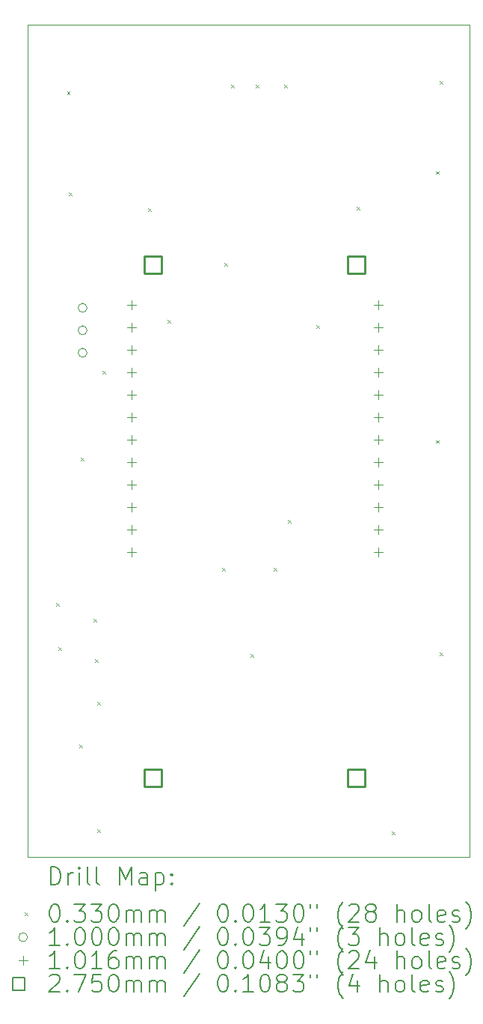
<source format=gbr>
%TF.GenerationSoftware,KiCad,Pcbnew,8.0.8-8.0.8-0~ubuntu24.04.1*%
%TF.CreationDate,2025-02-21T21:48:43-06:00*%
%TF.ProjectId,edge_human_detection_board,65646765-5f68-4756-9d61-6e5f64657465,rev?*%
%TF.SameCoordinates,Original*%
%TF.FileFunction,Drillmap*%
%TF.FilePolarity,Positive*%
%FSLAX45Y45*%
G04 Gerber Fmt 4.5, Leading zero omitted, Abs format (unit mm)*
G04 Created by KiCad (PCBNEW 8.0.8-8.0.8-0~ubuntu24.04.1) date 2025-02-21 21:48:43*
%MOMM*%
%LPD*%
G01*
G04 APERTURE LIST*
%ADD10C,0.050000*%
%ADD11C,0.200000*%
%ADD12C,0.100000*%
%ADD13C,0.101600*%
%ADD14C,0.275000*%
G04 APERTURE END LIST*
D10*
X8998676Y-4684868D02*
X13998676Y-4684868D01*
X13998676Y-14094868D01*
X8998676Y-14094868D01*
X8998676Y-4684868D01*
D11*
D12*
X9323490Y-11223490D02*
X9356510Y-11256510D01*
X9356510Y-11223490D02*
X9323490Y-11256510D01*
X9343490Y-11723490D02*
X9376510Y-11756510D01*
X9376510Y-11723490D02*
X9343490Y-11756510D01*
X9443490Y-5443490D02*
X9476510Y-5476510D01*
X9476510Y-5443490D02*
X9443490Y-5476510D01*
X9463490Y-6583490D02*
X9496510Y-6616510D01*
X9496510Y-6583490D02*
X9463490Y-6616510D01*
X9583490Y-12823490D02*
X9616510Y-12856510D01*
X9616510Y-12823490D02*
X9583490Y-12856510D01*
X9603490Y-9583490D02*
X9636510Y-9616510D01*
X9636510Y-9583490D02*
X9603490Y-9616510D01*
X9743490Y-11403490D02*
X9776510Y-11436510D01*
X9776510Y-11403490D02*
X9743490Y-11436510D01*
X9763490Y-11863490D02*
X9796510Y-11896510D01*
X9796510Y-11863490D02*
X9763490Y-11896510D01*
X9783490Y-12343490D02*
X9816510Y-12376510D01*
X9816510Y-12343490D02*
X9783490Y-12376510D01*
X9783490Y-13783490D02*
X9816510Y-13816510D01*
X9816510Y-13783490D02*
X9783490Y-13816510D01*
X9843490Y-8603490D02*
X9876510Y-8636510D01*
X9876510Y-8603490D02*
X9843490Y-8636510D01*
X10363490Y-6763490D02*
X10396510Y-6796510D01*
X10396510Y-6763490D02*
X10363490Y-6796510D01*
X10583490Y-8023490D02*
X10616510Y-8056510D01*
X10616510Y-8023490D02*
X10583490Y-8056510D01*
X11203490Y-10823490D02*
X11236510Y-10856510D01*
X11236510Y-10823490D02*
X11203490Y-10856510D01*
X11223490Y-7383490D02*
X11256510Y-7416510D01*
X11256510Y-7383490D02*
X11223490Y-7416510D01*
X11303490Y-5363490D02*
X11336510Y-5396510D01*
X11336510Y-5363490D02*
X11303490Y-5396510D01*
X11523490Y-11803490D02*
X11556510Y-11836510D01*
X11556510Y-11803490D02*
X11523490Y-11836510D01*
X11583490Y-5363490D02*
X11616510Y-5396510D01*
X11616510Y-5363490D02*
X11583490Y-5396510D01*
X11783490Y-10823490D02*
X11816510Y-10856510D01*
X11816510Y-10823490D02*
X11783490Y-10856510D01*
X11903490Y-5363490D02*
X11936510Y-5396510D01*
X11936510Y-5363490D02*
X11903490Y-5396510D01*
X11943490Y-10283490D02*
X11976510Y-10316510D01*
X11976510Y-10283490D02*
X11943490Y-10316510D01*
X12263490Y-8083490D02*
X12296510Y-8116510D01*
X12296510Y-8083490D02*
X12263490Y-8116510D01*
X12723490Y-6743490D02*
X12756510Y-6776510D01*
X12756510Y-6743490D02*
X12723490Y-6776510D01*
X13123490Y-13803490D02*
X13156510Y-13836510D01*
X13156510Y-13803490D02*
X13123490Y-13836510D01*
X13623490Y-6343490D02*
X13656510Y-6376510D01*
X13656510Y-6343490D02*
X13623490Y-6376510D01*
X13623490Y-9383490D02*
X13656510Y-9416510D01*
X13656510Y-9383490D02*
X13623490Y-9416510D01*
X13663490Y-5323490D02*
X13696510Y-5356510D01*
X13696510Y-5323490D02*
X13663490Y-5356510D01*
X13663490Y-11783490D02*
X13696510Y-11816510D01*
X13696510Y-11783490D02*
X13663490Y-11816510D01*
X9670000Y-7887500D02*
G75*
G02*
X9570000Y-7887500I-50000J0D01*
G01*
X9570000Y-7887500D02*
G75*
G02*
X9670000Y-7887500I50000J0D01*
G01*
X9670000Y-8141500D02*
G75*
G02*
X9570000Y-8141500I-50000J0D01*
G01*
X9570000Y-8141500D02*
G75*
G02*
X9670000Y-8141500I50000J0D01*
G01*
X9670000Y-8395500D02*
G75*
G02*
X9570000Y-8395500I-50000J0D01*
G01*
X9570000Y-8395500D02*
G75*
G02*
X9670000Y-8395500I50000J0D01*
G01*
D13*
X10174676Y-7800068D02*
X10174676Y-7901668D01*
X10123876Y-7850868D02*
X10225476Y-7850868D01*
X10174676Y-8054068D02*
X10174676Y-8155668D01*
X10123876Y-8104868D02*
X10225476Y-8104868D01*
X10174676Y-8308068D02*
X10174676Y-8409668D01*
X10123876Y-8358868D02*
X10225476Y-8358868D01*
X10174676Y-8562068D02*
X10174676Y-8663668D01*
X10123876Y-8612868D02*
X10225476Y-8612868D01*
X10174676Y-8816068D02*
X10174676Y-8917668D01*
X10123876Y-8866868D02*
X10225476Y-8866868D01*
X10174676Y-9070068D02*
X10174676Y-9171668D01*
X10123876Y-9120868D02*
X10225476Y-9120868D01*
X10174676Y-9324068D02*
X10174676Y-9425668D01*
X10123876Y-9374868D02*
X10225476Y-9374868D01*
X10174676Y-9578068D02*
X10174676Y-9679668D01*
X10123876Y-9628868D02*
X10225476Y-9628868D01*
X10174676Y-9832068D02*
X10174676Y-9933668D01*
X10123876Y-9882868D02*
X10225476Y-9882868D01*
X10174676Y-10086068D02*
X10174676Y-10187668D01*
X10123876Y-10136868D02*
X10225476Y-10136868D01*
X10174676Y-10340068D02*
X10174676Y-10441668D01*
X10123876Y-10390868D02*
X10225476Y-10390868D01*
X10174676Y-10594068D02*
X10174676Y-10695668D01*
X10123876Y-10644868D02*
X10225476Y-10644868D01*
X12968676Y-7800068D02*
X12968676Y-7901668D01*
X12917876Y-7850868D02*
X13019476Y-7850868D01*
X12968676Y-8054068D02*
X12968676Y-8155668D01*
X12917876Y-8104868D02*
X13019476Y-8104868D01*
X12968676Y-8308068D02*
X12968676Y-8409668D01*
X12917876Y-8358868D02*
X13019476Y-8358868D01*
X12968676Y-8562068D02*
X12968676Y-8663668D01*
X12917876Y-8612868D02*
X13019476Y-8612868D01*
X12968676Y-8816068D02*
X12968676Y-8917668D01*
X12917876Y-8866868D02*
X13019476Y-8866868D01*
X12968676Y-9070068D02*
X12968676Y-9171668D01*
X12917876Y-9120868D02*
X13019476Y-9120868D01*
X12968676Y-9324068D02*
X12968676Y-9425668D01*
X12917876Y-9374868D02*
X13019476Y-9374868D01*
X12968676Y-9578068D02*
X12968676Y-9679668D01*
X12917876Y-9628868D02*
X13019476Y-9628868D01*
X12968676Y-9832068D02*
X12968676Y-9933668D01*
X12917876Y-9882868D02*
X13019476Y-9882868D01*
X12968676Y-10086068D02*
X12968676Y-10187668D01*
X12917876Y-10136868D02*
X13019476Y-10136868D01*
X12968676Y-10340068D02*
X12968676Y-10441668D01*
X12917876Y-10390868D02*
X13019476Y-10390868D01*
X12968676Y-10594068D02*
X12968676Y-10695668D01*
X12917876Y-10644868D02*
X13019476Y-10644868D01*
D14*
X10517228Y-7497228D02*
X10517228Y-7302772D01*
X10322772Y-7302772D01*
X10322772Y-7497228D01*
X10517228Y-7497228D01*
X10517228Y-13297228D02*
X10517228Y-13102772D01*
X10322772Y-13102772D01*
X10322772Y-13297228D01*
X10517228Y-13297228D01*
X12817228Y-7497228D02*
X12817228Y-7302772D01*
X12622772Y-7302772D01*
X12622772Y-7497228D01*
X12817228Y-7497228D01*
X12817228Y-13297228D02*
X12817228Y-13102772D01*
X12622772Y-13102772D01*
X12622772Y-13297228D01*
X12817228Y-13297228D01*
D11*
X9256953Y-14408852D02*
X9256953Y-14208852D01*
X9256953Y-14208852D02*
X9304572Y-14208852D01*
X9304572Y-14208852D02*
X9333143Y-14218376D01*
X9333143Y-14218376D02*
X9352191Y-14237423D01*
X9352191Y-14237423D02*
X9361715Y-14256471D01*
X9361715Y-14256471D02*
X9371239Y-14294566D01*
X9371239Y-14294566D02*
X9371239Y-14323137D01*
X9371239Y-14323137D02*
X9361715Y-14361233D01*
X9361715Y-14361233D02*
X9352191Y-14380280D01*
X9352191Y-14380280D02*
X9333143Y-14399328D01*
X9333143Y-14399328D02*
X9304572Y-14408852D01*
X9304572Y-14408852D02*
X9256953Y-14408852D01*
X9456953Y-14408852D02*
X9456953Y-14275518D01*
X9456953Y-14313614D02*
X9466477Y-14294566D01*
X9466477Y-14294566D02*
X9476000Y-14285042D01*
X9476000Y-14285042D02*
X9495048Y-14275518D01*
X9495048Y-14275518D02*
X9514096Y-14275518D01*
X9580762Y-14408852D02*
X9580762Y-14275518D01*
X9580762Y-14208852D02*
X9571239Y-14218376D01*
X9571239Y-14218376D02*
X9580762Y-14227899D01*
X9580762Y-14227899D02*
X9590286Y-14218376D01*
X9590286Y-14218376D02*
X9580762Y-14208852D01*
X9580762Y-14208852D02*
X9580762Y-14227899D01*
X9704572Y-14408852D02*
X9685524Y-14399328D01*
X9685524Y-14399328D02*
X9676000Y-14380280D01*
X9676000Y-14380280D02*
X9676000Y-14208852D01*
X9809334Y-14408852D02*
X9790286Y-14399328D01*
X9790286Y-14399328D02*
X9780762Y-14380280D01*
X9780762Y-14380280D02*
X9780762Y-14208852D01*
X10037905Y-14408852D02*
X10037905Y-14208852D01*
X10037905Y-14208852D02*
X10104572Y-14351709D01*
X10104572Y-14351709D02*
X10171239Y-14208852D01*
X10171239Y-14208852D02*
X10171239Y-14408852D01*
X10352191Y-14408852D02*
X10352191Y-14304090D01*
X10352191Y-14304090D02*
X10342667Y-14285042D01*
X10342667Y-14285042D02*
X10323620Y-14275518D01*
X10323620Y-14275518D02*
X10285524Y-14275518D01*
X10285524Y-14275518D02*
X10266477Y-14285042D01*
X10352191Y-14399328D02*
X10333143Y-14408852D01*
X10333143Y-14408852D02*
X10285524Y-14408852D01*
X10285524Y-14408852D02*
X10266477Y-14399328D01*
X10266477Y-14399328D02*
X10256953Y-14380280D01*
X10256953Y-14380280D02*
X10256953Y-14361233D01*
X10256953Y-14361233D02*
X10266477Y-14342185D01*
X10266477Y-14342185D02*
X10285524Y-14332661D01*
X10285524Y-14332661D02*
X10333143Y-14332661D01*
X10333143Y-14332661D02*
X10352191Y-14323137D01*
X10447429Y-14275518D02*
X10447429Y-14475518D01*
X10447429Y-14285042D02*
X10466477Y-14275518D01*
X10466477Y-14275518D02*
X10504572Y-14275518D01*
X10504572Y-14275518D02*
X10523620Y-14285042D01*
X10523620Y-14285042D02*
X10533143Y-14294566D01*
X10533143Y-14294566D02*
X10542667Y-14313614D01*
X10542667Y-14313614D02*
X10542667Y-14370756D01*
X10542667Y-14370756D02*
X10533143Y-14389804D01*
X10533143Y-14389804D02*
X10523620Y-14399328D01*
X10523620Y-14399328D02*
X10504572Y-14408852D01*
X10504572Y-14408852D02*
X10466477Y-14408852D01*
X10466477Y-14408852D02*
X10447429Y-14399328D01*
X10628381Y-14389804D02*
X10637905Y-14399328D01*
X10637905Y-14399328D02*
X10628381Y-14408852D01*
X10628381Y-14408852D02*
X10618858Y-14399328D01*
X10618858Y-14399328D02*
X10628381Y-14389804D01*
X10628381Y-14389804D02*
X10628381Y-14408852D01*
X10628381Y-14285042D02*
X10637905Y-14294566D01*
X10637905Y-14294566D02*
X10628381Y-14304090D01*
X10628381Y-14304090D02*
X10618858Y-14294566D01*
X10618858Y-14294566D02*
X10628381Y-14285042D01*
X10628381Y-14285042D02*
X10628381Y-14304090D01*
D12*
X8963156Y-14720858D02*
X8996176Y-14753878D01*
X8996176Y-14720858D02*
X8963156Y-14753878D01*
D11*
X9295048Y-14628852D02*
X9314096Y-14628852D01*
X9314096Y-14628852D02*
X9333143Y-14638376D01*
X9333143Y-14638376D02*
X9342667Y-14647899D01*
X9342667Y-14647899D02*
X9352191Y-14666947D01*
X9352191Y-14666947D02*
X9361715Y-14705042D01*
X9361715Y-14705042D02*
X9361715Y-14752661D01*
X9361715Y-14752661D02*
X9352191Y-14790756D01*
X9352191Y-14790756D02*
X9342667Y-14809804D01*
X9342667Y-14809804D02*
X9333143Y-14819328D01*
X9333143Y-14819328D02*
X9314096Y-14828852D01*
X9314096Y-14828852D02*
X9295048Y-14828852D01*
X9295048Y-14828852D02*
X9276000Y-14819328D01*
X9276000Y-14819328D02*
X9266477Y-14809804D01*
X9266477Y-14809804D02*
X9256953Y-14790756D01*
X9256953Y-14790756D02*
X9247429Y-14752661D01*
X9247429Y-14752661D02*
X9247429Y-14705042D01*
X9247429Y-14705042D02*
X9256953Y-14666947D01*
X9256953Y-14666947D02*
X9266477Y-14647899D01*
X9266477Y-14647899D02*
X9276000Y-14638376D01*
X9276000Y-14638376D02*
X9295048Y-14628852D01*
X9447429Y-14809804D02*
X9456953Y-14819328D01*
X9456953Y-14819328D02*
X9447429Y-14828852D01*
X9447429Y-14828852D02*
X9437905Y-14819328D01*
X9437905Y-14819328D02*
X9447429Y-14809804D01*
X9447429Y-14809804D02*
X9447429Y-14828852D01*
X9523620Y-14628852D02*
X9647429Y-14628852D01*
X9647429Y-14628852D02*
X9580762Y-14705042D01*
X9580762Y-14705042D02*
X9609334Y-14705042D01*
X9609334Y-14705042D02*
X9628381Y-14714566D01*
X9628381Y-14714566D02*
X9637905Y-14724090D01*
X9637905Y-14724090D02*
X9647429Y-14743137D01*
X9647429Y-14743137D02*
X9647429Y-14790756D01*
X9647429Y-14790756D02*
X9637905Y-14809804D01*
X9637905Y-14809804D02*
X9628381Y-14819328D01*
X9628381Y-14819328D02*
X9609334Y-14828852D01*
X9609334Y-14828852D02*
X9552191Y-14828852D01*
X9552191Y-14828852D02*
X9533143Y-14819328D01*
X9533143Y-14819328D02*
X9523620Y-14809804D01*
X9714096Y-14628852D02*
X9837905Y-14628852D01*
X9837905Y-14628852D02*
X9771239Y-14705042D01*
X9771239Y-14705042D02*
X9799810Y-14705042D01*
X9799810Y-14705042D02*
X9818858Y-14714566D01*
X9818858Y-14714566D02*
X9828381Y-14724090D01*
X9828381Y-14724090D02*
X9837905Y-14743137D01*
X9837905Y-14743137D02*
X9837905Y-14790756D01*
X9837905Y-14790756D02*
X9828381Y-14809804D01*
X9828381Y-14809804D02*
X9818858Y-14819328D01*
X9818858Y-14819328D02*
X9799810Y-14828852D01*
X9799810Y-14828852D02*
X9742667Y-14828852D01*
X9742667Y-14828852D02*
X9723620Y-14819328D01*
X9723620Y-14819328D02*
X9714096Y-14809804D01*
X9961715Y-14628852D02*
X9980762Y-14628852D01*
X9980762Y-14628852D02*
X9999810Y-14638376D01*
X9999810Y-14638376D02*
X10009334Y-14647899D01*
X10009334Y-14647899D02*
X10018858Y-14666947D01*
X10018858Y-14666947D02*
X10028381Y-14705042D01*
X10028381Y-14705042D02*
X10028381Y-14752661D01*
X10028381Y-14752661D02*
X10018858Y-14790756D01*
X10018858Y-14790756D02*
X10009334Y-14809804D01*
X10009334Y-14809804D02*
X9999810Y-14819328D01*
X9999810Y-14819328D02*
X9980762Y-14828852D01*
X9980762Y-14828852D02*
X9961715Y-14828852D01*
X9961715Y-14828852D02*
X9942667Y-14819328D01*
X9942667Y-14819328D02*
X9933143Y-14809804D01*
X9933143Y-14809804D02*
X9923620Y-14790756D01*
X9923620Y-14790756D02*
X9914096Y-14752661D01*
X9914096Y-14752661D02*
X9914096Y-14705042D01*
X9914096Y-14705042D02*
X9923620Y-14666947D01*
X9923620Y-14666947D02*
X9933143Y-14647899D01*
X9933143Y-14647899D02*
X9942667Y-14638376D01*
X9942667Y-14638376D02*
X9961715Y-14628852D01*
X10114096Y-14828852D02*
X10114096Y-14695518D01*
X10114096Y-14714566D02*
X10123620Y-14705042D01*
X10123620Y-14705042D02*
X10142667Y-14695518D01*
X10142667Y-14695518D02*
X10171239Y-14695518D01*
X10171239Y-14695518D02*
X10190286Y-14705042D01*
X10190286Y-14705042D02*
X10199810Y-14724090D01*
X10199810Y-14724090D02*
X10199810Y-14828852D01*
X10199810Y-14724090D02*
X10209334Y-14705042D01*
X10209334Y-14705042D02*
X10228381Y-14695518D01*
X10228381Y-14695518D02*
X10256953Y-14695518D01*
X10256953Y-14695518D02*
X10276001Y-14705042D01*
X10276001Y-14705042D02*
X10285524Y-14724090D01*
X10285524Y-14724090D02*
X10285524Y-14828852D01*
X10380762Y-14828852D02*
X10380762Y-14695518D01*
X10380762Y-14714566D02*
X10390286Y-14705042D01*
X10390286Y-14705042D02*
X10409334Y-14695518D01*
X10409334Y-14695518D02*
X10437905Y-14695518D01*
X10437905Y-14695518D02*
X10456953Y-14705042D01*
X10456953Y-14705042D02*
X10466477Y-14724090D01*
X10466477Y-14724090D02*
X10466477Y-14828852D01*
X10466477Y-14724090D02*
X10476001Y-14705042D01*
X10476001Y-14705042D02*
X10495048Y-14695518D01*
X10495048Y-14695518D02*
X10523620Y-14695518D01*
X10523620Y-14695518D02*
X10542667Y-14705042D01*
X10542667Y-14705042D02*
X10552191Y-14724090D01*
X10552191Y-14724090D02*
X10552191Y-14828852D01*
X10942667Y-14619328D02*
X10771239Y-14876471D01*
X11199810Y-14628852D02*
X11218858Y-14628852D01*
X11218858Y-14628852D02*
X11237905Y-14638376D01*
X11237905Y-14638376D02*
X11247429Y-14647899D01*
X11247429Y-14647899D02*
X11256953Y-14666947D01*
X11256953Y-14666947D02*
X11266477Y-14705042D01*
X11266477Y-14705042D02*
X11266477Y-14752661D01*
X11266477Y-14752661D02*
X11256953Y-14790756D01*
X11256953Y-14790756D02*
X11247429Y-14809804D01*
X11247429Y-14809804D02*
X11237905Y-14819328D01*
X11237905Y-14819328D02*
X11218858Y-14828852D01*
X11218858Y-14828852D02*
X11199810Y-14828852D01*
X11199810Y-14828852D02*
X11180763Y-14819328D01*
X11180763Y-14819328D02*
X11171239Y-14809804D01*
X11171239Y-14809804D02*
X11161715Y-14790756D01*
X11161715Y-14790756D02*
X11152191Y-14752661D01*
X11152191Y-14752661D02*
X11152191Y-14705042D01*
X11152191Y-14705042D02*
X11161715Y-14666947D01*
X11161715Y-14666947D02*
X11171239Y-14647899D01*
X11171239Y-14647899D02*
X11180763Y-14638376D01*
X11180763Y-14638376D02*
X11199810Y-14628852D01*
X11352191Y-14809804D02*
X11361715Y-14819328D01*
X11361715Y-14819328D02*
X11352191Y-14828852D01*
X11352191Y-14828852D02*
X11342667Y-14819328D01*
X11342667Y-14819328D02*
X11352191Y-14809804D01*
X11352191Y-14809804D02*
X11352191Y-14828852D01*
X11485524Y-14628852D02*
X11504572Y-14628852D01*
X11504572Y-14628852D02*
X11523620Y-14638376D01*
X11523620Y-14638376D02*
X11533143Y-14647899D01*
X11533143Y-14647899D02*
X11542667Y-14666947D01*
X11542667Y-14666947D02*
X11552191Y-14705042D01*
X11552191Y-14705042D02*
X11552191Y-14752661D01*
X11552191Y-14752661D02*
X11542667Y-14790756D01*
X11542667Y-14790756D02*
X11533143Y-14809804D01*
X11533143Y-14809804D02*
X11523620Y-14819328D01*
X11523620Y-14819328D02*
X11504572Y-14828852D01*
X11504572Y-14828852D02*
X11485524Y-14828852D01*
X11485524Y-14828852D02*
X11466477Y-14819328D01*
X11466477Y-14819328D02*
X11456953Y-14809804D01*
X11456953Y-14809804D02*
X11447429Y-14790756D01*
X11447429Y-14790756D02*
X11437905Y-14752661D01*
X11437905Y-14752661D02*
X11437905Y-14705042D01*
X11437905Y-14705042D02*
X11447429Y-14666947D01*
X11447429Y-14666947D02*
X11456953Y-14647899D01*
X11456953Y-14647899D02*
X11466477Y-14638376D01*
X11466477Y-14638376D02*
X11485524Y-14628852D01*
X11742667Y-14828852D02*
X11628382Y-14828852D01*
X11685524Y-14828852D02*
X11685524Y-14628852D01*
X11685524Y-14628852D02*
X11666477Y-14657423D01*
X11666477Y-14657423D02*
X11647429Y-14676471D01*
X11647429Y-14676471D02*
X11628382Y-14685995D01*
X11809334Y-14628852D02*
X11933143Y-14628852D01*
X11933143Y-14628852D02*
X11866477Y-14705042D01*
X11866477Y-14705042D02*
X11895048Y-14705042D01*
X11895048Y-14705042D02*
X11914096Y-14714566D01*
X11914096Y-14714566D02*
X11923620Y-14724090D01*
X11923620Y-14724090D02*
X11933143Y-14743137D01*
X11933143Y-14743137D02*
X11933143Y-14790756D01*
X11933143Y-14790756D02*
X11923620Y-14809804D01*
X11923620Y-14809804D02*
X11914096Y-14819328D01*
X11914096Y-14819328D02*
X11895048Y-14828852D01*
X11895048Y-14828852D02*
X11837905Y-14828852D01*
X11837905Y-14828852D02*
X11818858Y-14819328D01*
X11818858Y-14819328D02*
X11809334Y-14809804D01*
X12056953Y-14628852D02*
X12076001Y-14628852D01*
X12076001Y-14628852D02*
X12095048Y-14638376D01*
X12095048Y-14638376D02*
X12104572Y-14647899D01*
X12104572Y-14647899D02*
X12114096Y-14666947D01*
X12114096Y-14666947D02*
X12123620Y-14705042D01*
X12123620Y-14705042D02*
X12123620Y-14752661D01*
X12123620Y-14752661D02*
X12114096Y-14790756D01*
X12114096Y-14790756D02*
X12104572Y-14809804D01*
X12104572Y-14809804D02*
X12095048Y-14819328D01*
X12095048Y-14819328D02*
X12076001Y-14828852D01*
X12076001Y-14828852D02*
X12056953Y-14828852D01*
X12056953Y-14828852D02*
X12037905Y-14819328D01*
X12037905Y-14819328D02*
X12028382Y-14809804D01*
X12028382Y-14809804D02*
X12018858Y-14790756D01*
X12018858Y-14790756D02*
X12009334Y-14752661D01*
X12009334Y-14752661D02*
X12009334Y-14705042D01*
X12009334Y-14705042D02*
X12018858Y-14666947D01*
X12018858Y-14666947D02*
X12028382Y-14647899D01*
X12028382Y-14647899D02*
X12037905Y-14638376D01*
X12037905Y-14638376D02*
X12056953Y-14628852D01*
X12199810Y-14628852D02*
X12199810Y-14666947D01*
X12276001Y-14628852D02*
X12276001Y-14666947D01*
X12571239Y-14905042D02*
X12561715Y-14895518D01*
X12561715Y-14895518D02*
X12542667Y-14866947D01*
X12542667Y-14866947D02*
X12533144Y-14847899D01*
X12533144Y-14847899D02*
X12523620Y-14819328D01*
X12523620Y-14819328D02*
X12514096Y-14771709D01*
X12514096Y-14771709D02*
X12514096Y-14733614D01*
X12514096Y-14733614D02*
X12523620Y-14685995D01*
X12523620Y-14685995D02*
X12533144Y-14657423D01*
X12533144Y-14657423D02*
X12542667Y-14638376D01*
X12542667Y-14638376D02*
X12561715Y-14609804D01*
X12561715Y-14609804D02*
X12571239Y-14600280D01*
X12637905Y-14647899D02*
X12647429Y-14638376D01*
X12647429Y-14638376D02*
X12666477Y-14628852D01*
X12666477Y-14628852D02*
X12714096Y-14628852D01*
X12714096Y-14628852D02*
X12733144Y-14638376D01*
X12733144Y-14638376D02*
X12742667Y-14647899D01*
X12742667Y-14647899D02*
X12752191Y-14666947D01*
X12752191Y-14666947D02*
X12752191Y-14685995D01*
X12752191Y-14685995D02*
X12742667Y-14714566D01*
X12742667Y-14714566D02*
X12628382Y-14828852D01*
X12628382Y-14828852D02*
X12752191Y-14828852D01*
X12866477Y-14714566D02*
X12847429Y-14705042D01*
X12847429Y-14705042D02*
X12837905Y-14695518D01*
X12837905Y-14695518D02*
X12828382Y-14676471D01*
X12828382Y-14676471D02*
X12828382Y-14666947D01*
X12828382Y-14666947D02*
X12837905Y-14647899D01*
X12837905Y-14647899D02*
X12847429Y-14638376D01*
X12847429Y-14638376D02*
X12866477Y-14628852D01*
X12866477Y-14628852D02*
X12904572Y-14628852D01*
X12904572Y-14628852D02*
X12923620Y-14638376D01*
X12923620Y-14638376D02*
X12933144Y-14647899D01*
X12933144Y-14647899D02*
X12942667Y-14666947D01*
X12942667Y-14666947D02*
X12942667Y-14676471D01*
X12942667Y-14676471D02*
X12933144Y-14695518D01*
X12933144Y-14695518D02*
X12923620Y-14705042D01*
X12923620Y-14705042D02*
X12904572Y-14714566D01*
X12904572Y-14714566D02*
X12866477Y-14714566D01*
X12866477Y-14714566D02*
X12847429Y-14724090D01*
X12847429Y-14724090D02*
X12837905Y-14733614D01*
X12837905Y-14733614D02*
X12828382Y-14752661D01*
X12828382Y-14752661D02*
X12828382Y-14790756D01*
X12828382Y-14790756D02*
X12837905Y-14809804D01*
X12837905Y-14809804D02*
X12847429Y-14819328D01*
X12847429Y-14819328D02*
X12866477Y-14828852D01*
X12866477Y-14828852D02*
X12904572Y-14828852D01*
X12904572Y-14828852D02*
X12923620Y-14819328D01*
X12923620Y-14819328D02*
X12933144Y-14809804D01*
X12933144Y-14809804D02*
X12942667Y-14790756D01*
X12942667Y-14790756D02*
X12942667Y-14752661D01*
X12942667Y-14752661D02*
X12933144Y-14733614D01*
X12933144Y-14733614D02*
X12923620Y-14724090D01*
X12923620Y-14724090D02*
X12904572Y-14714566D01*
X13180763Y-14828852D02*
X13180763Y-14628852D01*
X13266477Y-14828852D02*
X13266477Y-14724090D01*
X13266477Y-14724090D02*
X13256953Y-14705042D01*
X13256953Y-14705042D02*
X13237906Y-14695518D01*
X13237906Y-14695518D02*
X13209334Y-14695518D01*
X13209334Y-14695518D02*
X13190286Y-14705042D01*
X13190286Y-14705042D02*
X13180763Y-14714566D01*
X13390286Y-14828852D02*
X13371239Y-14819328D01*
X13371239Y-14819328D02*
X13361715Y-14809804D01*
X13361715Y-14809804D02*
X13352191Y-14790756D01*
X13352191Y-14790756D02*
X13352191Y-14733614D01*
X13352191Y-14733614D02*
X13361715Y-14714566D01*
X13361715Y-14714566D02*
X13371239Y-14705042D01*
X13371239Y-14705042D02*
X13390286Y-14695518D01*
X13390286Y-14695518D02*
X13418858Y-14695518D01*
X13418858Y-14695518D02*
X13437906Y-14705042D01*
X13437906Y-14705042D02*
X13447429Y-14714566D01*
X13447429Y-14714566D02*
X13456953Y-14733614D01*
X13456953Y-14733614D02*
X13456953Y-14790756D01*
X13456953Y-14790756D02*
X13447429Y-14809804D01*
X13447429Y-14809804D02*
X13437906Y-14819328D01*
X13437906Y-14819328D02*
X13418858Y-14828852D01*
X13418858Y-14828852D02*
X13390286Y-14828852D01*
X13571239Y-14828852D02*
X13552191Y-14819328D01*
X13552191Y-14819328D02*
X13542667Y-14800280D01*
X13542667Y-14800280D02*
X13542667Y-14628852D01*
X13723620Y-14819328D02*
X13704572Y-14828852D01*
X13704572Y-14828852D02*
X13666477Y-14828852D01*
X13666477Y-14828852D02*
X13647429Y-14819328D01*
X13647429Y-14819328D02*
X13637906Y-14800280D01*
X13637906Y-14800280D02*
X13637906Y-14724090D01*
X13637906Y-14724090D02*
X13647429Y-14705042D01*
X13647429Y-14705042D02*
X13666477Y-14695518D01*
X13666477Y-14695518D02*
X13704572Y-14695518D01*
X13704572Y-14695518D02*
X13723620Y-14705042D01*
X13723620Y-14705042D02*
X13733144Y-14724090D01*
X13733144Y-14724090D02*
X13733144Y-14743137D01*
X13733144Y-14743137D02*
X13637906Y-14762185D01*
X13809334Y-14819328D02*
X13828382Y-14828852D01*
X13828382Y-14828852D02*
X13866477Y-14828852D01*
X13866477Y-14828852D02*
X13885525Y-14819328D01*
X13885525Y-14819328D02*
X13895048Y-14800280D01*
X13895048Y-14800280D02*
X13895048Y-14790756D01*
X13895048Y-14790756D02*
X13885525Y-14771709D01*
X13885525Y-14771709D02*
X13866477Y-14762185D01*
X13866477Y-14762185D02*
X13837906Y-14762185D01*
X13837906Y-14762185D02*
X13818858Y-14752661D01*
X13818858Y-14752661D02*
X13809334Y-14733614D01*
X13809334Y-14733614D02*
X13809334Y-14724090D01*
X13809334Y-14724090D02*
X13818858Y-14705042D01*
X13818858Y-14705042D02*
X13837906Y-14695518D01*
X13837906Y-14695518D02*
X13866477Y-14695518D01*
X13866477Y-14695518D02*
X13885525Y-14705042D01*
X13961715Y-14905042D02*
X13971239Y-14895518D01*
X13971239Y-14895518D02*
X13990287Y-14866947D01*
X13990287Y-14866947D02*
X13999810Y-14847899D01*
X13999810Y-14847899D02*
X14009334Y-14819328D01*
X14009334Y-14819328D02*
X14018858Y-14771709D01*
X14018858Y-14771709D02*
X14018858Y-14733614D01*
X14018858Y-14733614D02*
X14009334Y-14685995D01*
X14009334Y-14685995D02*
X13999810Y-14657423D01*
X13999810Y-14657423D02*
X13990287Y-14638376D01*
X13990287Y-14638376D02*
X13971239Y-14609804D01*
X13971239Y-14609804D02*
X13961715Y-14600280D01*
D12*
X8996176Y-15001368D02*
G75*
G02*
X8896176Y-15001368I-50000J0D01*
G01*
X8896176Y-15001368D02*
G75*
G02*
X8996176Y-15001368I50000J0D01*
G01*
D11*
X9361715Y-15092852D02*
X9247429Y-15092852D01*
X9304572Y-15092852D02*
X9304572Y-14892852D01*
X9304572Y-14892852D02*
X9285524Y-14921423D01*
X9285524Y-14921423D02*
X9266477Y-14940471D01*
X9266477Y-14940471D02*
X9247429Y-14949995D01*
X9447429Y-15073804D02*
X9456953Y-15083328D01*
X9456953Y-15083328D02*
X9447429Y-15092852D01*
X9447429Y-15092852D02*
X9437905Y-15083328D01*
X9437905Y-15083328D02*
X9447429Y-15073804D01*
X9447429Y-15073804D02*
X9447429Y-15092852D01*
X9580762Y-14892852D02*
X9599810Y-14892852D01*
X9599810Y-14892852D02*
X9618858Y-14902376D01*
X9618858Y-14902376D02*
X9628381Y-14911899D01*
X9628381Y-14911899D02*
X9637905Y-14930947D01*
X9637905Y-14930947D02*
X9647429Y-14969042D01*
X9647429Y-14969042D02*
X9647429Y-15016661D01*
X9647429Y-15016661D02*
X9637905Y-15054756D01*
X9637905Y-15054756D02*
X9628381Y-15073804D01*
X9628381Y-15073804D02*
X9618858Y-15083328D01*
X9618858Y-15083328D02*
X9599810Y-15092852D01*
X9599810Y-15092852D02*
X9580762Y-15092852D01*
X9580762Y-15092852D02*
X9561715Y-15083328D01*
X9561715Y-15083328D02*
X9552191Y-15073804D01*
X9552191Y-15073804D02*
X9542667Y-15054756D01*
X9542667Y-15054756D02*
X9533143Y-15016661D01*
X9533143Y-15016661D02*
X9533143Y-14969042D01*
X9533143Y-14969042D02*
X9542667Y-14930947D01*
X9542667Y-14930947D02*
X9552191Y-14911899D01*
X9552191Y-14911899D02*
X9561715Y-14902376D01*
X9561715Y-14902376D02*
X9580762Y-14892852D01*
X9771239Y-14892852D02*
X9790286Y-14892852D01*
X9790286Y-14892852D02*
X9809334Y-14902376D01*
X9809334Y-14902376D02*
X9818858Y-14911899D01*
X9818858Y-14911899D02*
X9828381Y-14930947D01*
X9828381Y-14930947D02*
X9837905Y-14969042D01*
X9837905Y-14969042D02*
X9837905Y-15016661D01*
X9837905Y-15016661D02*
X9828381Y-15054756D01*
X9828381Y-15054756D02*
X9818858Y-15073804D01*
X9818858Y-15073804D02*
X9809334Y-15083328D01*
X9809334Y-15083328D02*
X9790286Y-15092852D01*
X9790286Y-15092852D02*
X9771239Y-15092852D01*
X9771239Y-15092852D02*
X9752191Y-15083328D01*
X9752191Y-15083328D02*
X9742667Y-15073804D01*
X9742667Y-15073804D02*
X9733143Y-15054756D01*
X9733143Y-15054756D02*
X9723620Y-15016661D01*
X9723620Y-15016661D02*
X9723620Y-14969042D01*
X9723620Y-14969042D02*
X9733143Y-14930947D01*
X9733143Y-14930947D02*
X9742667Y-14911899D01*
X9742667Y-14911899D02*
X9752191Y-14902376D01*
X9752191Y-14902376D02*
X9771239Y-14892852D01*
X9961715Y-14892852D02*
X9980762Y-14892852D01*
X9980762Y-14892852D02*
X9999810Y-14902376D01*
X9999810Y-14902376D02*
X10009334Y-14911899D01*
X10009334Y-14911899D02*
X10018858Y-14930947D01*
X10018858Y-14930947D02*
X10028381Y-14969042D01*
X10028381Y-14969042D02*
X10028381Y-15016661D01*
X10028381Y-15016661D02*
X10018858Y-15054756D01*
X10018858Y-15054756D02*
X10009334Y-15073804D01*
X10009334Y-15073804D02*
X9999810Y-15083328D01*
X9999810Y-15083328D02*
X9980762Y-15092852D01*
X9980762Y-15092852D02*
X9961715Y-15092852D01*
X9961715Y-15092852D02*
X9942667Y-15083328D01*
X9942667Y-15083328D02*
X9933143Y-15073804D01*
X9933143Y-15073804D02*
X9923620Y-15054756D01*
X9923620Y-15054756D02*
X9914096Y-15016661D01*
X9914096Y-15016661D02*
X9914096Y-14969042D01*
X9914096Y-14969042D02*
X9923620Y-14930947D01*
X9923620Y-14930947D02*
X9933143Y-14911899D01*
X9933143Y-14911899D02*
X9942667Y-14902376D01*
X9942667Y-14902376D02*
X9961715Y-14892852D01*
X10114096Y-15092852D02*
X10114096Y-14959518D01*
X10114096Y-14978566D02*
X10123620Y-14969042D01*
X10123620Y-14969042D02*
X10142667Y-14959518D01*
X10142667Y-14959518D02*
X10171239Y-14959518D01*
X10171239Y-14959518D02*
X10190286Y-14969042D01*
X10190286Y-14969042D02*
X10199810Y-14988090D01*
X10199810Y-14988090D02*
X10199810Y-15092852D01*
X10199810Y-14988090D02*
X10209334Y-14969042D01*
X10209334Y-14969042D02*
X10228381Y-14959518D01*
X10228381Y-14959518D02*
X10256953Y-14959518D01*
X10256953Y-14959518D02*
X10276001Y-14969042D01*
X10276001Y-14969042D02*
X10285524Y-14988090D01*
X10285524Y-14988090D02*
X10285524Y-15092852D01*
X10380762Y-15092852D02*
X10380762Y-14959518D01*
X10380762Y-14978566D02*
X10390286Y-14969042D01*
X10390286Y-14969042D02*
X10409334Y-14959518D01*
X10409334Y-14959518D02*
X10437905Y-14959518D01*
X10437905Y-14959518D02*
X10456953Y-14969042D01*
X10456953Y-14969042D02*
X10466477Y-14988090D01*
X10466477Y-14988090D02*
X10466477Y-15092852D01*
X10466477Y-14988090D02*
X10476001Y-14969042D01*
X10476001Y-14969042D02*
X10495048Y-14959518D01*
X10495048Y-14959518D02*
X10523620Y-14959518D01*
X10523620Y-14959518D02*
X10542667Y-14969042D01*
X10542667Y-14969042D02*
X10552191Y-14988090D01*
X10552191Y-14988090D02*
X10552191Y-15092852D01*
X10942667Y-14883328D02*
X10771239Y-15140471D01*
X11199810Y-14892852D02*
X11218858Y-14892852D01*
X11218858Y-14892852D02*
X11237905Y-14902376D01*
X11237905Y-14902376D02*
X11247429Y-14911899D01*
X11247429Y-14911899D02*
X11256953Y-14930947D01*
X11256953Y-14930947D02*
X11266477Y-14969042D01*
X11266477Y-14969042D02*
X11266477Y-15016661D01*
X11266477Y-15016661D02*
X11256953Y-15054756D01*
X11256953Y-15054756D02*
X11247429Y-15073804D01*
X11247429Y-15073804D02*
X11237905Y-15083328D01*
X11237905Y-15083328D02*
X11218858Y-15092852D01*
X11218858Y-15092852D02*
X11199810Y-15092852D01*
X11199810Y-15092852D02*
X11180763Y-15083328D01*
X11180763Y-15083328D02*
X11171239Y-15073804D01*
X11171239Y-15073804D02*
X11161715Y-15054756D01*
X11161715Y-15054756D02*
X11152191Y-15016661D01*
X11152191Y-15016661D02*
X11152191Y-14969042D01*
X11152191Y-14969042D02*
X11161715Y-14930947D01*
X11161715Y-14930947D02*
X11171239Y-14911899D01*
X11171239Y-14911899D02*
X11180763Y-14902376D01*
X11180763Y-14902376D02*
X11199810Y-14892852D01*
X11352191Y-15073804D02*
X11361715Y-15083328D01*
X11361715Y-15083328D02*
X11352191Y-15092852D01*
X11352191Y-15092852D02*
X11342667Y-15083328D01*
X11342667Y-15083328D02*
X11352191Y-15073804D01*
X11352191Y-15073804D02*
X11352191Y-15092852D01*
X11485524Y-14892852D02*
X11504572Y-14892852D01*
X11504572Y-14892852D02*
X11523620Y-14902376D01*
X11523620Y-14902376D02*
X11533143Y-14911899D01*
X11533143Y-14911899D02*
X11542667Y-14930947D01*
X11542667Y-14930947D02*
X11552191Y-14969042D01*
X11552191Y-14969042D02*
X11552191Y-15016661D01*
X11552191Y-15016661D02*
X11542667Y-15054756D01*
X11542667Y-15054756D02*
X11533143Y-15073804D01*
X11533143Y-15073804D02*
X11523620Y-15083328D01*
X11523620Y-15083328D02*
X11504572Y-15092852D01*
X11504572Y-15092852D02*
X11485524Y-15092852D01*
X11485524Y-15092852D02*
X11466477Y-15083328D01*
X11466477Y-15083328D02*
X11456953Y-15073804D01*
X11456953Y-15073804D02*
X11447429Y-15054756D01*
X11447429Y-15054756D02*
X11437905Y-15016661D01*
X11437905Y-15016661D02*
X11437905Y-14969042D01*
X11437905Y-14969042D02*
X11447429Y-14930947D01*
X11447429Y-14930947D02*
X11456953Y-14911899D01*
X11456953Y-14911899D02*
X11466477Y-14902376D01*
X11466477Y-14902376D02*
X11485524Y-14892852D01*
X11618858Y-14892852D02*
X11742667Y-14892852D01*
X11742667Y-14892852D02*
X11676001Y-14969042D01*
X11676001Y-14969042D02*
X11704572Y-14969042D01*
X11704572Y-14969042D02*
X11723620Y-14978566D01*
X11723620Y-14978566D02*
X11733143Y-14988090D01*
X11733143Y-14988090D02*
X11742667Y-15007137D01*
X11742667Y-15007137D02*
X11742667Y-15054756D01*
X11742667Y-15054756D02*
X11733143Y-15073804D01*
X11733143Y-15073804D02*
X11723620Y-15083328D01*
X11723620Y-15083328D02*
X11704572Y-15092852D01*
X11704572Y-15092852D02*
X11647429Y-15092852D01*
X11647429Y-15092852D02*
X11628382Y-15083328D01*
X11628382Y-15083328D02*
X11618858Y-15073804D01*
X11837905Y-15092852D02*
X11876001Y-15092852D01*
X11876001Y-15092852D02*
X11895048Y-15083328D01*
X11895048Y-15083328D02*
X11904572Y-15073804D01*
X11904572Y-15073804D02*
X11923620Y-15045233D01*
X11923620Y-15045233D02*
X11933143Y-15007137D01*
X11933143Y-15007137D02*
X11933143Y-14930947D01*
X11933143Y-14930947D02*
X11923620Y-14911899D01*
X11923620Y-14911899D02*
X11914096Y-14902376D01*
X11914096Y-14902376D02*
X11895048Y-14892852D01*
X11895048Y-14892852D02*
X11856953Y-14892852D01*
X11856953Y-14892852D02*
X11837905Y-14902376D01*
X11837905Y-14902376D02*
X11828382Y-14911899D01*
X11828382Y-14911899D02*
X11818858Y-14930947D01*
X11818858Y-14930947D02*
X11818858Y-14978566D01*
X11818858Y-14978566D02*
X11828382Y-14997614D01*
X11828382Y-14997614D02*
X11837905Y-15007137D01*
X11837905Y-15007137D02*
X11856953Y-15016661D01*
X11856953Y-15016661D02*
X11895048Y-15016661D01*
X11895048Y-15016661D02*
X11914096Y-15007137D01*
X11914096Y-15007137D02*
X11923620Y-14997614D01*
X11923620Y-14997614D02*
X11933143Y-14978566D01*
X12104572Y-14959518D02*
X12104572Y-15092852D01*
X12056953Y-14883328D02*
X12009334Y-15026185D01*
X12009334Y-15026185D02*
X12133143Y-15026185D01*
X12199810Y-14892852D02*
X12199810Y-14930947D01*
X12276001Y-14892852D02*
X12276001Y-14930947D01*
X12571239Y-15169042D02*
X12561715Y-15159518D01*
X12561715Y-15159518D02*
X12542667Y-15130947D01*
X12542667Y-15130947D02*
X12533144Y-15111899D01*
X12533144Y-15111899D02*
X12523620Y-15083328D01*
X12523620Y-15083328D02*
X12514096Y-15035709D01*
X12514096Y-15035709D02*
X12514096Y-14997614D01*
X12514096Y-14997614D02*
X12523620Y-14949995D01*
X12523620Y-14949995D02*
X12533144Y-14921423D01*
X12533144Y-14921423D02*
X12542667Y-14902376D01*
X12542667Y-14902376D02*
X12561715Y-14873804D01*
X12561715Y-14873804D02*
X12571239Y-14864280D01*
X12628382Y-14892852D02*
X12752191Y-14892852D01*
X12752191Y-14892852D02*
X12685524Y-14969042D01*
X12685524Y-14969042D02*
X12714096Y-14969042D01*
X12714096Y-14969042D02*
X12733144Y-14978566D01*
X12733144Y-14978566D02*
X12742667Y-14988090D01*
X12742667Y-14988090D02*
X12752191Y-15007137D01*
X12752191Y-15007137D02*
X12752191Y-15054756D01*
X12752191Y-15054756D02*
X12742667Y-15073804D01*
X12742667Y-15073804D02*
X12733144Y-15083328D01*
X12733144Y-15083328D02*
X12714096Y-15092852D01*
X12714096Y-15092852D02*
X12656953Y-15092852D01*
X12656953Y-15092852D02*
X12637905Y-15083328D01*
X12637905Y-15083328D02*
X12628382Y-15073804D01*
X12990286Y-15092852D02*
X12990286Y-14892852D01*
X13076001Y-15092852D02*
X13076001Y-14988090D01*
X13076001Y-14988090D02*
X13066477Y-14969042D01*
X13066477Y-14969042D02*
X13047429Y-14959518D01*
X13047429Y-14959518D02*
X13018858Y-14959518D01*
X13018858Y-14959518D02*
X12999810Y-14969042D01*
X12999810Y-14969042D02*
X12990286Y-14978566D01*
X13199810Y-15092852D02*
X13180763Y-15083328D01*
X13180763Y-15083328D02*
X13171239Y-15073804D01*
X13171239Y-15073804D02*
X13161715Y-15054756D01*
X13161715Y-15054756D02*
X13161715Y-14997614D01*
X13161715Y-14997614D02*
X13171239Y-14978566D01*
X13171239Y-14978566D02*
X13180763Y-14969042D01*
X13180763Y-14969042D02*
X13199810Y-14959518D01*
X13199810Y-14959518D02*
X13228382Y-14959518D01*
X13228382Y-14959518D02*
X13247429Y-14969042D01*
X13247429Y-14969042D02*
X13256953Y-14978566D01*
X13256953Y-14978566D02*
X13266477Y-14997614D01*
X13266477Y-14997614D02*
X13266477Y-15054756D01*
X13266477Y-15054756D02*
X13256953Y-15073804D01*
X13256953Y-15073804D02*
X13247429Y-15083328D01*
X13247429Y-15083328D02*
X13228382Y-15092852D01*
X13228382Y-15092852D02*
X13199810Y-15092852D01*
X13380763Y-15092852D02*
X13361715Y-15083328D01*
X13361715Y-15083328D02*
X13352191Y-15064280D01*
X13352191Y-15064280D02*
X13352191Y-14892852D01*
X13533144Y-15083328D02*
X13514096Y-15092852D01*
X13514096Y-15092852D02*
X13476001Y-15092852D01*
X13476001Y-15092852D02*
X13456953Y-15083328D01*
X13456953Y-15083328D02*
X13447429Y-15064280D01*
X13447429Y-15064280D02*
X13447429Y-14988090D01*
X13447429Y-14988090D02*
X13456953Y-14969042D01*
X13456953Y-14969042D02*
X13476001Y-14959518D01*
X13476001Y-14959518D02*
X13514096Y-14959518D01*
X13514096Y-14959518D02*
X13533144Y-14969042D01*
X13533144Y-14969042D02*
X13542667Y-14988090D01*
X13542667Y-14988090D02*
X13542667Y-15007137D01*
X13542667Y-15007137D02*
X13447429Y-15026185D01*
X13618858Y-15083328D02*
X13637906Y-15092852D01*
X13637906Y-15092852D02*
X13676001Y-15092852D01*
X13676001Y-15092852D02*
X13695048Y-15083328D01*
X13695048Y-15083328D02*
X13704572Y-15064280D01*
X13704572Y-15064280D02*
X13704572Y-15054756D01*
X13704572Y-15054756D02*
X13695048Y-15035709D01*
X13695048Y-15035709D02*
X13676001Y-15026185D01*
X13676001Y-15026185D02*
X13647429Y-15026185D01*
X13647429Y-15026185D02*
X13628382Y-15016661D01*
X13628382Y-15016661D02*
X13618858Y-14997614D01*
X13618858Y-14997614D02*
X13618858Y-14988090D01*
X13618858Y-14988090D02*
X13628382Y-14969042D01*
X13628382Y-14969042D02*
X13647429Y-14959518D01*
X13647429Y-14959518D02*
X13676001Y-14959518D01*
X13676001Y-14959518D02*
X13695048Y-14969042D01*
X13771239Y-15169042D02*
X13780763Y-15159518D01*
X13780763Y-15159518D02*
X13799810Y-15130947D01*
X13799810Y-15130947D02*
X13809334Y-15111899D01*
X13809334Y-15111899D02*
X13818858Y-15083328D01*
X13818858Y-15083328D02*
X13828382Y-15035709D01*
X13828382Y-15035709D02*
X13828382Y-14997614D01*
X13828382Y-14997614D02*
X13818858Y-14949995D01*
X13818858Y-14949995D02*
X13809334Y-14921423D01*
X13809334Y-14921423D02*
X13799810Y-14902376D01*
X13799810Y-14902376D02*
X13780763Y-14873804D01*
X13780763Y-14873804D02*
X13771239Y-14864280D01*
D13*
X8945376Y-15214568D02*
X8945376Y-15316168D01*
X8894576Y-15265368D02*
X8996176Y-15265368D01*
D11*
X9361715Y-15356852D02*
X9247429Y-15356852D01*
X9304572Y-15356852D02*
X9304572Y-15156852D01*
X9304572Y-15156852D02*
X9285524Y-15185423D01*
X9285524Y-15185423D02*
X9266477Y-15204471D01*
X9266477Y-15204471D02*
X9247429Y-15213995D01*
X9447429Y-15337804D02*
X9456953Y-15347328D01*
X9456953Y-15347328D02*
X9447429Y-15356852D01*
X9447429Y-15356852D02*
X9437905Y-15347328D01*
X9437905Y-15347328D02*
X9447429Y-15337804D01*
X9447429Y-15337804D02*
X9447429Y-15356852D01*
X9580762Y-15156852D02*
X9599810Y-15156852D01*
X9599810Y-15156852D02*
X9618858Y-15166376D01*
X9618858Y-15166376D02*
X9628381Y-15175899D01*
X9628381Y-15175899D02*
X9637905Y-15194947D01*
X9637905Y-15194947D02*
X9647429Y-15233042D01*
X9647429Y-15233042D02*
X9647429Y-15280661D01*
X9647429Y-15280661D02*
X9637905Y-15318756D01*
X9637905Y-15318756D02*
X9628381Y-15337804D01*
X9628381Y-15337804D02*
X9618858Y-15347328D01*
X9618858Y-15347328D02*
X9599810Y-15356852D01*
X9599810Y-15356852D02*
X9580762Y-15356852D01*
X9580762Y-15356852D02*
X9561715Y-15347328D01*
X9561715Y-15347328D02*
X9552191Y-15337804D01*
X9552191Y-15337804D02*
X9542667Y-15318756D01*
X9542667Y-15318756D02*
X9533143Y-15280661D01*
X9533143Y-15280661D02*
X9533143Y-15233042D01*
X9533143Y-15233042D02*
X9542667Y-15194947D01*
X9542667Y-15194947D02*
X9552191Y-15175899D01*
X9552191Y-15175899D02*
X9561715Y-15166376D01*
X9561715Y-15166376D02*
X9580762Y-15156852D01*
X9837905Y-15356852D02*
X9723620Y-15356852D01*
X9780762Y-15356852D02*
X9780762Y-15156852D01*
X9780762Y-15156852D02*
X9761715Y-15185423D01*
X9761715Y-15185423D02*
X9742667Y-15204471D01*
X9742667Y-15204471D02*
X9723620Y-15213995D01*
X10009334Y-15156852D02*
X9971239Y-15156852D01*
X9971239Y-15156852D02*
X9952191Y-15166376D01*
X9952191Y-15166376D02*
X9942667Y-15175899D01*
X9942667Y-15175899D02*
X9923620Y-15204471D01*
X9923620Y-15204471D02*
X9914096Y-15242566D01*
X9914096Y-15242566D02*
X9914096Y-15318756D01*
X9914096Y-15318756D02*
X9923620Y-15337804D01*
X9923620Y-15337804D02*
X9933143Y-15347328D01*
X9933143Y-15347328D02*
X9952191Y-15356852D01*
X9952191Y-15356852D02*
X9990286Y-15356852D01*
X9990286Y-15356852D02*
X10009334Y-15347328D01*
X10009334Y-15347328D02*
X10018858Y-15337804D01*
X10018858Y-15337804D02*
X10028381Y-15318756D01*
X10028381Y-15318756D02*
X10028381Y-15271137D01*
X10028381Y-15271137D02*
X10018858Y-15252090D01*
X10018858Y-15252090D02*
X10009334Y-15242566D01*
X10009334Y-15242566D02*
X9990286Y-15233042D01*
X9990286Y-15233042D02*
X9952191Y-15233042D01*
X9952191Y-15233042D02*
X9933143Y-15242566D01*
X9933143Y-15242566D02*
X9923620Y-15252090D01*
X9923620Y-15252090D02*
X9914096Y-15271137D01*
X10114096Y-15356852D02*
X10114096Y-15223518D01*
X10114096Y-15242566D02*
X10123620Y-15233042D01*
X10123620Y-15233042D02*
X10142667Y-15223518D01*
X10142667Y-15223518D02*
X10171239Y-15223518D01*
X10171239Y-15223518D02*
X10190286Y-15233042D01*
X10190286Y-15233042D02*
X10199810Y-15252090D01*
X10199810Y-15252090D02*
X10199810Y-15356852D01*
X10199810Y-15252090D02*
X10209334Y-15233042D01*
X10209334Y-15233042D02*
X10228381Y-15223518D01*
X10228381Y-15223518D02*
X10256953Y-15223518D01*
X10256953Y-15223518D02*
X10276001Y-15233042D01*
X10276001Y-15233042D02*
X10285524Y-15252090D01*
X10285524Y-15252090D02*
X10285524Y-15356852D01*
X10380762Y-15356852D02*
X10380762Y-15223518D01*
X10380762Y-15242566D02*
X10390286Y-15233042D01*
X10390286Y-15233042D02*
X10409334Y-15223518D01*
X10409334Y-15223518D02*
X10437905Y-15223518D01*
X10437905Y-15223518D02*
X10456953Y-15233042D01*
X10456953Y-15233042D02*
X10466477Y-15252090D01*
X10466477Y-15252090D02*
X10466477Y-15356852D01*
X10466477Y-15252090D02*
X10476001Y-15233042D01*
X10476001Y-15233042D02*
X10495048Y-15223518D01*
X10495048Y-15223518D02*
X10523620Y-15223518D01*
X10523620Y-15223518D02*
X10542667Y-15233042D01*
X10542667Y-15233042D02*
X10552191Y-15252090D01*
X10552191Y-15252090D02*
X10552191Y-15356852D01*
X10942667Y-15147328D02*
X10771239Y-15404471D01*
X11199810Y-15156852D02*
X11218858Y-15156852D01*
X11218858Y-15156852D02*
X11237905Y-15166376D01*
X11237905Y-15166376D02*
X11247429Y-15175899D01*
X11247429Y-15175899D02*
X11256953Y-15194947D01*
X11256953Y-15194947D02*
X11266477Y-15233042D01*
X11266477Y-15233042D02*
X11266477Y-15280661D01*
X11266477Y-15280661D02*
X11256953Y-15318756D01*
X11256953Y-15318756D02*
X11247429Y-15337804D01*
X11247429Y-15337804D02*
X11237905Y-15347328D01*
X11237905Y-15347328D02*
X11218858Y-15356852D01*
X11218858Y-15356852D02*
X11199810Y-15356852D01*
X11199810Y-15356852D02*
X11180763Y-15347328D01*
X11180763Y-15347328D02*
X11171239Y-15337804D01*
X11171239Y-15337804D02*
X11161715Y-15318756D01*
X11161715Y-15318756D02*
X11152191Y-15280661D01*
X11152191Y-15280661D02*
X11152191Y-15233042D01*
X11152191Y-15233042D02*
X11161715Y-15194947D01*
X11161715Y-15194947D02*
X11171239Y-15175899D01*
X11171239Y-15175899D02*
X11180763Y-15166376D01*
X11180763Y-15166376D02*
X11199810Y-15156852D01*
X11352191Y-15337804D02*
X11361715Y-15347328D01*
X11361715Y-15347328D02*
X11352191Y-15356852D01*
X11352191Y-15356852D02*
X11342667Y-15347328D01*
X11342667Y-15347328D02*
X11352191Y-15337804D01*
X11352191Y-15337804D02*
X11352191Y-15356852D01*
X11485524Y-15156852D02*
X11504572Y-15156852D01*
X11504572Y-15156852D02*
X11523620Y-15166376D01*
X11523620Y-15166376D02*
X11533143Y-15175899D01*
X11533143Y-15175899D02*
X11542667Y-15194947D01*
X11542667Y-15194947D02*
X11552191Y-15233042D01*
X11552191Y-15233042D02*
X11552191Y-15280661D01*
X11552191Y-15280661D02*
X11542667Y-15318756D01*
X11542667Y-15318756D02*
X11533143Y-15337804D01*
X11533143Y-15337804D02*
X11523620Y-15347328D01*
X11523620Y-15347328D02*
X11504572Y-15356852D01*
X11504572Y-15356852D02*
X11485524Y-15356852D01*
X11485524Y-15356852D02*
X11466477Y-15347328D01*
X11466477Y-15347328D02*
X11456953Y-15337804D01*
X11456953Y-15337804D02*
X11447429Y-15318756D01*
X11447429Y-15318756D02*
X11437905Y-15280661D01*
X11437905Y-15280661D02*
X11437905Y-15233042D01*
X11437905Y-15233042D02*
X11447429Y-15194947D01*
X11447429Y-15194947D02*
X11456953Y-15175899D01*
X11456953Y-15175899D02*
X11466477Y-15166376D01*
X11466477Y-15166376D02*
X11485524Y-15156852D01*
X11723620Y-15223518D02*
X11723620Y-15356852D01*
X11676001Y-15147328D02*
X11628382Y-15290185D01*
X11628382Y-15290185D02*
X11752191Y-15290185D01*
X11866477Y-15156852D02*
X11885524Y-15156852D01*
X11885524Y-15156852D02*
X11904572Y-15166376D01*
X11904572Y-15166376D02*
X11914096Y-15175899D01*
X11914096Y-15175899D02*
X11923620Y-15194947D01*
X11923620Y-15194947D02*
X11933143Y-15233042D01*
X11933143Y-15233042D02*
X11933143Y-15280661D01*
X11933143Y-15280661D02*
X11923620Y-15318756D01*
X11923620Y-15318756D02*
X11914096Y-15337804D01*
X11914096Y-15337804D02*
X11904572Y-15347328D01*
X11904572Y-15347328D02*
X11885524Y-15356852D01*
X11885524Y-15356852D02*
X11866477Y-15356852D01*
X11866477Y-15356852D02*
X11847429Y-15347328D01*
X11847429Y-15347328D02*
X11837905Y-15337804D01*
X11837905Y-15337804D02*
X11828382Y-15318756D01*
X11828382Y-15318756D02*
X11818858Y-15280661D01*
X11818858Y-15280661D02*
X11818858Y-15233042D01*
X11818858Y-15233042D02*
X11828382Y-15194947D01*
X11828382Y-15194947D02*
X11837905Y-15175899D01*
X11837905Y-15175899D02*
X11847429Y-15166376D01*
X11847429Y-15166376D02*
X11866477Y-15156852D01*
X12056953Y-15156852D02*
X12076001Y-15156852D01*
X12076001Y-15156852D02*
X12095048Y-15166376D01*
X12095048Y-15166376D02*
X12104572Y-15175899D01*
X12104572Y-15175899D02*
X12114096Y-15194947D01*
X12114096Y-15194947D02*
X12123620Y-15233042D01*
X12123620Y-15233042D02*
X12123620Y-15280661D01*
X12123620Y-15280661D02*
X12114096Y-15318756D01*
X12114096Y-15318756D02*
X12104572Y-15337804D01*
X12104572Y-15337804D02*
X12095048Y-15347328D01*
X12095048Y-15347328D02*
X12076001Y-15356852D01*
X12076001Y-15356852D02*
X12056953Y-15356852D01*
X12056953Y-15356852D02*
X12037905Y-15347328D01*
X12037905Y-15347328D02*
X12028382Y-15337804D01*
X12028382Y-15337804D02*
X12018858Y-15318756D01*
X12018858Y-15318756D02*
X12009334Y-15280661D01*
X12009334Y-15280661D02*
X12009334Y-15233042D01*
X12009334Y-15233042D02*
X12018858Y-15194947D01*
X12018858Y-15194947D02*
X12028382Y-15175899D01*
X12028382Y-15175899D02*
X12037905Y-15166376D01*
X12037905Y-15166376D02*
X12056953Y-15156852D01*
X12199810Y-15156852D02*
X12199810Y-15194947D01*
X12276001Y-15156852D02*
X12276001Y-15194947D01*
X12571239Y-15433042D02*
X12561715Y-15423518D01*
X12561715Y-15423518D02*
X12542667Y-15394947D01*
X12542667Y-15394947D02*
X12533144Y-15375899D01*
X12533144Y-15375899D02*
X12523620Y-15347328D01*
X12523620Y-15347328D02*
X12514096Y-15299709D01*
X12514096Y-15299709D02*
X12514096Y-15261614D01*
X12514096Y-15261614D02*
X12523620Y-15213995D01*
X12523620Y-15213995D02*
X12533144Y-15185423D01*
X12533144Y-15185423D02*
X12542667Y-15166376D01*
X12542667Y-15166376D02*
X12561715Y-15137804D01*
X12561715Y-15137804D02*
X12571239Y-15128280D01*
X12637905Y-15175899D02*
X12647429Y-15166376D01*
X12647429Y-15166376D02*
X12666477Y-15156852D01*
X12666477Y-15156852D02*
X12714096Y-15156852D01*
X12714096Y-15156852D02*
X12733144Y-15166376D01*
X12733144Y-15166376D02*
X12742667Y-15175899D01*
X12742667Y-15175899D02*
X12752191Y-15194947D01*
X12752191Y-15194947D02*
X12752191Y-15213995D01*
X12752191Y-15213995D02*
X12742667Y-15242566D01*
X12742667Y-15242566D02*
X12628382Y-15356852D01*
X12628382Y-15356852D02*
X12752191Y-15356852D01*
X12923620Y-15223518D02*
X12923620Y-15356852D01*
X12876001Y-15147328D02*
X12828382Y-15290185D01*
X12828382Y-15290185D02*
X12952191Y-15290185D01*
X13180763Y-15356852D02*
X13180763Y-15156852D01*
X13266477Y-15356852D02*
X13266477Y-15252090D01*
X13266477Y-15252090D02*
X13256953Y-15233042D01*
X13256953Y-15233042D02*
X13237906Y-15223518D01*
X13237906Y-15223518D02*
X13209334Y-15223518D01*
X13209334Y-15223518D02*
X13190286Y-15233042D01*
X13190286Y-15233042D02*
X13180763Y-15242566D01*
X13390286Y-15356852D02*
X13371239Y-15347328D01*
X13371239Y-15347328D02*
X13361715Y-15337804D01*
X13361715Y-15337804D02*
X13352191Y-15318756D01*
X13352191Y-15318756D02*
X13352191Y-15261614D01*
X13352191Y-15261614D02*
X13361715Y-15242566D01*
X13361715Y-15242566D02*
X13371239Y-15233042D01*
X13371239Y-15233042D02*
X13390286Y-15223518D01*
X13390286Y-15223518D02*
X13418858Y-15223518D01*
X13418858Y-15223518D02*
X13437906Y-15233042D01*
X13437906Y-15233042D02*
X13447429Y-15242566D01*
X13447429Y-15242566D02*
X13456953Y-15261614D01*
X13456953Y-15261614D02*
X13456953Y-15318756D01*
X13456953Y-15318756D02*
X13447429Y-15337804D01*
X13447429Y-15337804D02*
X13437906Y-15347328D01*
X13437906Y-15347328D02*
X13418858Y-15356852D01*
X13418858Y-15356852D02*
X13390286Y-15356852D01*
X13571239Y-15356852D02*
X13552191Y-15347328D01*
X13552191Y-15347328D02*
X13542667Y-15328280D01*
X13542667Y-15328280D02*
X13542667Y-15156852D01*
X13723620Y-15347328D02*
X13704572Y-15356852D01*
X13704572Y-15356852D02*
X13666477Y-15356852D01*
X13666477Y-15356852D02*
X13647429Y-15347328D01*
X13647429Y-15347328D02*
X13637906Y-15328280D01*
X13637906Y-15328280D02*
X13637906Y-15252090D01*
X13637906Y-15252090D02*
X13647429Y-15233042D01*
X13647429Y-15233042D02*
X13666477Y-15223518D01*
X13666477Y-15223518D02*
X13704572Y-15223518D01*
X13704572Y-15223518D02*
X13723620Y-15233042D01*
X13723620Y-15233042D02*
X13733144Y-15252090D01*
X13733144Y-15252090D02*
X13733144Y-15271137D01*
X13733144Y-15271137D02*
X13637906Y-15290185D01*
X13809334Y-15347328D02*
X13828382Y-15356852D01*
X13828382Y-15356852D02*
X13866477Y-15356852D01*
X13866477Y-15356852D02*
X13885525Y-15347328D01*
X13885525Y-15347328D02*
X13895048Y-15328280D01*
X13895048Y-15328280D02*
X13895048Y-15318756D01*
X13895048Y-15318756D02*
X13885525Y-15299709D01*
X13885525Y-15299709D02*
X13866477Y-15290185D01*
X13866477Y-15290185D02*
X13837906Y-15290185D01*
X13837906Y-15290185D02*
X13818858Y-15280661D01*
X13818858Y-15280661D02*
X13809334Y-15261614D01*
X13809334Y-15261614D02*
X13809334Y-15252090D01*
X13809334Y-15252090D02*
X13818858Y-15233042D01*
X13818858Y-15233042D02*
X13837906Y-15223518D01*
X13837906Y-15223518D02*
X13866477Y-15223518D01*
X13866477Y-15223518D02*
X13885525Y-15233042D01*
X13961715Y-15433042D02*
X13971239Y-15423518D01*
X13971239Y-15423518D02*
X13990287Y-15394947D01*
X13990287Y-15394947D02*
X13999810Y-15375899D01*
X13999810Y-15375899D02*
X14009334Y-15347328D01*
X14009334Y-15347328D02*
X14018858Y-15299709D01*
X14018858Y-15299709D02*
X14018858Y-15261614D01*
X14018858Y-15261614D02*
X14009334Y-15213995D01*
X14009334Y-15213995D02*
X13999810Y-15185423D01*
X13999810Y-15185423D02*
X13990287Y-15166376D01*
X13990287Y-15166376D02*
X13971239Y-15137804D01*
X13971239Y-15137804D02*
X13961715Y-15128280D01*
X8966887Y-15600079D02*
X8966887Y-15458657D01*
X8825465Y-15458657D01*
X8825465Y-15600079D01*
X8966887Y-15600079D01*
X9247429Y-15439899D02*
X9256953Y-15430376D01*
X9256953Y-15430376D02*
X9276000Y-15420852D01*
X9276000Y-15420852D02*
X9323620Y-15420852D01*
X9323620Y-15420852D02*
X9342667Y-15430376D01*
X9342667Y-15430376D02*
X9352191Y-15439899D01*
X9352191Y-15439899D02*
X9361715Y-15458947D01*
X9361715Y-15458947D02*
X9361715Y-15477995D01*
X9361715Y-15477995D02*
X9352191Y-15506566D01*
X9352191Y-15506566D02*
X9237905Y-15620852D01*
X9237905Y-15620852D02*
X9361715Y-15620852D01*
X9447429Y-15601804D02*
X9456953Y-15611328D01*
X9456953Y-15611328D02*
X9447429Y-15620852D01*
X9447429Y-15620852D02*
X9437905Y-15611328D01*
X9437905Y-15611328D02*
X9447429Y-15601804D01*
X9447429Y-15601804D02*
X9447429Y-15620852D01*
X9523620Y-15420852D02*
X9656953Y-15420852D01*
X9656953Y-15420852D02*
X9571239Y-15620852D01*
X9828381Y-15420852D02*
X9733143Y-15420852D01*
X9733143Y-15420852D02*
X9723620Y-15516090D01*
X9723620Y-15516090D02*
X9733143Y-15506566D01*
X9733143Y-15506566D02*
X9752191Y-15497042D01*
X9752191Y-15497042D02*
X9799810Y-15497042D01*
X9799810Y-15497042D02*
X9818858Y-15506566D01*
X9818858Y-15506566D02*
X9828381Y-15516090D01*
X9828381Y-15516090D02*
X9837905Y-15535137D01*
X9837905Y-15535137D02*
X9837905Y-15582756D01*
X9837905Y-15582756D02*
X9828381Y-15601804D01*
X9828381Y-15601804D02*
X9818858Y-15611328D01*
X9818858Y-15611328D02*
X9799810Y-15620852D01*
X9799810Y-15620852D02*
X9752191Y-15620852D01*
X9752191Y-15620852D02*
X9733143Y-15611328D01*
X9733143Y-15611328D02*
X9723620Y-15601804D01*
X9961715Y-15420852D02*
X9980762Y-15420852D01*
X9980762Y-15420852D02*
X9999810Y-15430376D01*
X9999810Y-15430376D02*
X10009334Y-15439899D01*
X10009334Y-15439899D02*
X10018858Y-15458947D01*
X10018858Y-15458947D02*
X10028381Y-15497042D01*
X10028381Y-15497042D02*
X10028381Y-15544661D01*
X10028381Y-15544661D02*
X10018858Y-15582756D01*
X10018858Y-15582756D02*
X10009334Y-15601804D01*
X10009334Y-15601804D02*
X9999810Y-15611328D01*
X9999810Y-15611328D02*
X9980762Y-15620852D01*
X9980762Y-15620852D02*
X9961715Y-15620852D01*
X9961715Y-15620852D02*
X9942667Y-15611328D01*
X9942667Y-15611328D02*
X9933143Y-15601804D01*
X9933143Y-15601804D02*
X9923620Y-15582756D01*
X9923620Y-15582756D02*
X9914096Y-15544661D01*
X9914096Y-15544661D02*
X9914096Y-15497042D01*
X9914096Y-15497042D02*
X9923620Y-15458947D01*
X9923620Y-15458947D02*
X9933143Y-15439899D01*
X9933143Y-15439899D02*
X9942667Y-15430376D01*
X9942667Y-15430376D02*
X9961715Y-15420852D01*
X10114096Y-15620852D02*
X10114096Y-15487518D01*
X10114096Y-15506566D02*
X10123620Y-15497042D01*
X10123620Y-15497042D02*
X10142667Y-15487518D01*
X10142667Y-15487518D02*
X10171239Y-15487518D01*
X10171239Y-15487518D02*
X10190286Y-15497042D01*
X10190286Y-15497042D02*
X10199810Y-15516090D01*
X10199810Y-15516090D02*
X10199810Y-15620852D01*
X10199810Y-15516090D02*
X10209334Y-15497042D01*
X10209334Y-15497042D02*
X10228381Y-15487518D01*
X10228381Y-15487518D02*
X10256953Y-15487518D01*
X10256953Y-15487518D02*
X10276001Y-15497042D01*
X10276001Y-15497042D02*
X10285524Y-15516090D01*
X10285524Y-15516090D02*
X10285524Y-15620852D01*
X10380762Y-15620852D02*
X10380762Y-15487518D01*
X10380762Y-15506566D02*
X10390286Y-15497042D01*
X10390286Y-15497042D02*
X10409334Y-15487518D01*
X10409334Y-15487518D02*
X10437905Y-15487518D01*
X10437905Y-15487518D02*
X10456953Y-15497042D01*
X10456953Y-15497042D02*
X10466477Y-15516090D01*
X10466477Y-15516090D02*
X10466477Y-15620852D01*
X10466477Y-15516090D02*
X10476001Y-15497042D01*
X10476001Y-15497042D02*
X10495048Y-15487518D01*
X10495048Y-15487518D02*
X10523620Y-15487518D01*
X10523620Y-15487518D02*
X10542667Y-15497042D01*
X10542667Y-15497042D02*
X10552191Y-15516090D01*
X10552191Y-15516090D02*
X10552191Y-15620852D01*
X10942667Y-15411328D02*
X10771239Y-15668471D01*
X11199810Y-15420852D02*
X11218858Y-15420852D01*
X11218858Y-15420852D02*
X11237905Y-15430376D01*
X11237905Y-15430376D02*
X11247429Y-15439899D01*
X11247429Y-15439899D02*
X11256953Y-15458947D01*
X11256953Y-15458947D02*
X11266477Y-15497042D01*
X11266477Y-15497042D02*
X11266477Y-15544661D01*
X11266477Y-15544661D02*
X11256953Y-15582756D01*
X11256953Y-15582756D02*
X11247429Y-15601804D01*
X11247429Y-15601804D02*
X11237905Y-15611328D01*
X11237905Y-15611328D02*
X11218858Y-15620852D01*
X11218858Y-15620852D02*
X11199810Y-15620852D01*
X11199810Y-15620852D02*
X11180763Y-15611328D01*
X11180763Y-15611328D02*
X11171239Y-15601804D01*
X11171239Y-15601804D02*
X11161715Y-15582756D01*
X11161715Y-15582756D02*
X11152191Y-15544661D01*
X11152191Y-15544661D02*
X11152191Y-15497042D01*
X11152191Y-15497042D02*
X11161715Y-15458947D01*
X11161715Y-15458947D02*
X11171239Y-15439899D01*
X11171239Y-15439899D02*
X11180763Y-15430376D01*
X11180763Y-15430376D02*
X11199810Y-15420852D01*
X11352191Y-15601804D02*
X11361715Y-15611328D01*
X11361715Y-15611328D02*
X11352191Y-15620852D01*
X11352191Y-15620852D02*
X11342667Y-15611328D01*
X11342667Y-15611328D02*
X11352191Y-15601804D01*
X11352191Y-15601804D02*
X11352191Y-15620852D01*
X11552191Y-15620852D02*
X11437905Y-15620852D01*
X11495048Y-15620852D02*
X11495048Y-15420852D01*
X11495048Y-15420852D02*
X11476001Y-15449423D01*
X11476001Y-15449423D02*
X11456953Y-15468471D01*
X11456953Y-15468471D02*
X11437905Y-15477995D01*
X11676001Y-15420852D02*
X11695048Y-15420852D01*
X11695048Y-15420852D02*
X11714096Y-15430376D01*
X11714096Y-15430376D02*
X11723620Y-15439899D01*
X11723620Y-15439899D02*
X11733143Y-15458947D01*
X11733143Y-15458947D02*
X11742667Y-15497042D01*
X11742667Y-15497042D02*
X11742667Y-15544661D01*
X11742667Y-15544661D02*
X11733143Y-15582756D01*
X11733143Y-15582756D02*
X11723620Y-15601804D01*
X11723620Y-15601804D02*
X11714096Y-15611328D01*
X11714096Y-15611328D02*
X11695048Y-15620852D01*
X11695048Y-15620852D02*
X11676001Y-15620852D01*
X11676001Y-15620852D02*
X11656953Y-15611328D01*
X11656953Y-15611328D02*
X11647429Y-15601804D01*
X11647429Y-15601804D02*
X11637905Y-15582756D01*
X11637905Y-15582756D02*
X11628382Y-15544661D01*
X11628382Y-15544661D02*
X11628382Y-15497042D01*
X11628382Y-15497042D02*
X11637905Y-15458947D01*
X11637905Y-15458947D02*
X11647429Y-15439899D01*
X11647429Y-15439899D02*
X11656953Y-15430376D01*
X11656953Y-15430376D02*
X11676001Y-15420852D01*
X11856953Y-15506566D02*
X11837905Y-15497042D01*
X11837905Y-15497042D02*
X11828382Y-15487518D01*
X11828382Y-15487518D02*
X11818858Y-15468471D01*
X11818858Y-15468471D02*
X11818858Y-15458947D01*
X11818858Y-15458947D02*
X11828382Y-15439899D01*
X11828382Y-15439899D02*
X11837905Y-15430376D01*
X11837905Y-15430376D02*
X11856953Y-15420852D01*
X11856953Y-15420852D02*
X11895048Y-15420852D01*
X11895048Y-15420852D02*
X11914096Y-15430376D01*
X11914096Y-15430376D02*
X11923620Y-15439899D01*
X11923620Y-15439899D02*
X11933143Y-15458947D01*
X11933143Y-15458947D02*
X11933143Y-15468471D01*
X11933143Y-15468471D02*
X11923620Y-15487518D01*
X11923620Y-15487518D02*
X11914096Y-15497042D01*
X11914096Y-15497042D02*
X11895048Y-15506566D01*
X11895048Y-15506566D02*
X11856953Y-15506566D01*
X11856953Y-15506566D02*
X11837905Y-15516090D01*
X11837905Y-15516090D02*
X11828382Y-15525614D01*
X11828382Y-15525614D02*
X11818858Y-15544661D01*
X11818858Y-15544661D02*
X11818858Y-15582756D01*
X11818858Y-15582756D02*
X11828382Y-15601804D01*
X11828382Y-15601804D02*
X11837905Y-15611328D01*
X11837905Y-15611328D02*
X11856953Y-15620852D01*
X11856953Y-15620852D02*
X11895048Y-15620852D01*
X11895048Y-15620852D02*
X11914096Y-15611328D01*
X11914096Y-15611328D02*
X11923620Y-15601804D01*
X11923620Y-15601804D02*
X11933143Y-15582756D01*
X11933143Y-15582756D02*
X11933143Y-15544661D01*
X11933143Y-15544661D02*
X11923620Y-15525614D01*
X11923620Y-15525614D02*
X11914096Y-15516090D01*
X11914096Y-15516090D02*
X11895048Y-15506566D01*
X11999810Y-15420852D02*
X12123620Y-15420852D01*
X12123620Y-15420852D02*
X12056953Y-15497042D01*
X12056953Y-15497042D02*
X12085524Y-15497042D01*
X12085524Y-15497042D02*
X12104572Y-15506566D01*
X12104572Y-15506566D02*
X12114096Y-15516090D01*
X12114096Y-15516090D02*
X12123620Y-15535137D01*
X12123620Y-15535137D02*
X12123620Y-15582756D01*
X12123620Y-15582756D02*
X12114096Y-15601804D01*
X12114096Y-15601804D02*
X12104572Y-15611328D01*
X12104572Y-15611328D02*
X12085524Y-15620852D01*
X12085524Y-15620852D02*
X12028382Y-15620852D01*
X12028382Y-15620852D02*
X12009334Y-15611328D01*
X12009334Y-15611328D02*
X11999810Y-15601804D01*
X12199810Y-15420852D02*
X12199810Y-15458947D01*
X12276001Y-15420852D02*
X12276001Y-15458947D01*
X12571239Y-15697042D02*
X12561715Y-15687518D01*
X12561715Y-15687518D02*
X12542667Y-15658947D01*
X12542667Y-15658947D02*
X12533144Y-15639899D01*
X12533144Y-15639899D02*
X12523620Y-15611328D01*
X12523620Y-15611328D02*
X12514096Y-15563709D01*
X12514096Y-15563709D02*
X12514096Y-15525614D01*
X12514096Y-15525614D02*
X12523620Y-15477995D01*
X12523620Y-15477995D02*
X12533144Y-15449423D01*
X12533144Y-15449423D02*
X12542667Y-15430376D01*
X12542667Y-15430376D02*
X12561715Y-15401804D01*
X12561715Y-15401804D02*
X12571239Y-15392280D01*
X12733144Y-15487518D02*
X12733144Y-15620852D01*
X12685524Y-15411328D02*
X12637905Y-15554185D01*
X12637905Y-15554185D02*
X12761715Y-15554185D01*
X12990286Y-15620852D02*
X12990286Y-15420852D01*
X13076001Y-15620852D02*
X13076001Y-15516090D01*
X13076001Y-15516090D02*
X13066477Y-15497042D01*
X13066477Y-15497042D02*
X13047429Y-15487518D01*
X13047429Y-15487518D02*
X13018858Y-15487518D01*
X13018858Y-15487518D02*
X12999810Y-15497042D01*
X12999810Y-15497042D02*
X12990286Y-15506566D01*
X13199810Y-15620852D02*
X13180763Y-15611328D01*
X13180763Y-15611328D02*
X13171239Y-15601804D01*
X13171239Y-15601804D02*
X13161715Y-15582756D01*
X13161715Y-15582756D02*
X13161715Y-15525614D01*
X13161715Y-15525614D02*
X13171239Y-15506566D01*
X13171239Y-15506566D02*
X13180763Y-15497042D01*
X13180763Y-15497042D02*
X13199810Y-15487518D01*
X13199810Y-15487518D02*
X13228382Y-15487518D01*
X13228382Y-15487518D02*
X13247429Y-15497042D01*
X13247429Y-15497042D02*
X13256953Y-15506566D01*
X13256953Y-15506566D02*
X13266477Y-15525614D01*
X13266477Y-15525614D02*
X13266477Y-15582756D01*
X13266477Y-15582756D02*
X13256953Y-15601804D01*
X13256953Y-15601804D02*
X13247429Y-15611328D01*
X13247429Y-15611328D02*
X13228382Y-15620852D01*
X13228382Y-15620852D02*
X13199810Y-15620852D01*
X13380763Y-15620852D02*
X13361715Y-15611328D01*
X13361715Y-15611328D02*
X13352191Y-15592280D01*
X13352191Y-15592280D02*
X13352191Y-15420852D01*
X13533144Y-15611328D02*
X13514096Y-15620852D01*
X13514096Y-15620852D02*
X13476001Y-15620852D01*
X13476001Y-15620852D02*
X13456953Y-15611328D01*
X13456953Y-15611328D02*
X13447429Y-15592280D01*
X13447429Y-15592280D02*
X13447429Y-15516090D01*
X13447429Y-15516090D02*
X13456953Y-15497042D01*
X13456953Y-15497042D02*
X13476001Y-15487518D01*
X13476001Y-15487518D02*
X13514096Y-15487518D01*
X13514096Y-15487518D02*
X13533144Y-15497042D01*
X13533144Y-15497042D02*
X13542667Y-15516090D01*
X13542667Y-15516090D02*
X13542667Y-15535137D01*
X13542667Y-15535137D02*
X13447429Y-15554185D01*
X13618858Y-15611328D02*
X13637906Y-15620852D01*
X13637906Y-15620852D02*
X13676001Y-15620852D01*
X13676001Y-15620852D02*
X13695048Y-15611328D01*
X13695048Y-15611328D02*
X13704572Y-15592280D01*
X13704572Y-15592280D02*
X13704572Y-15582756D01*
X13704572Y-15582756D02*
X13695048Y-15563709D01*
X13695048Y-15563709D02*
X13676001Y-15554185D01*
X13676001Y-15554185D02*
X13647429Y-15554185D01*
X13647429Y-15554185D02*
X13628382Y-15544661D01*
X13628382Y-15544661D02*
X13618858Y-15525614D01*
X13618858Y-15525614D02*
X13618858Y-15516090D01*
X13618858Y-15516090D02*
X13628382Y-15497042D01*
X13628382Y-15497042D02*
X13647429Y-15487518D01*
X13647429Y-15487518D02*
X13676001Y-15487518D01*
X13676001Y-15487518D02*
X13695048Y-15497042D01*
X13771239Y-15697042D02*
X13780763Y-15687518D01*
X13780763Y-15687518D02*
X13799810Y-15658947D01*
X13799810Y-15658947D02*
X13809334Y-15639899D01*
X13809334Y-15639899D02*
X13818858Y-15611328D01*
X13818858Y-15611328D02*
X13828382Y-15563709D01*
X13828382Y-15563709D02*
X13828382Y-15525614D01*
X13828382Y-15525614D02*
X13818858Y-15477995D01*
X13818858Y-15477995D02*
X13809334Y-15449423D01*
X13809334Y-15449423D02*
X13799810Y-15430376D01*
X13799810Y-15430376D02*
X13780763Y-15401804D01*
X13780763Y-15401804D02*
X13771239Y-15392280D01*
M02*

</source>
